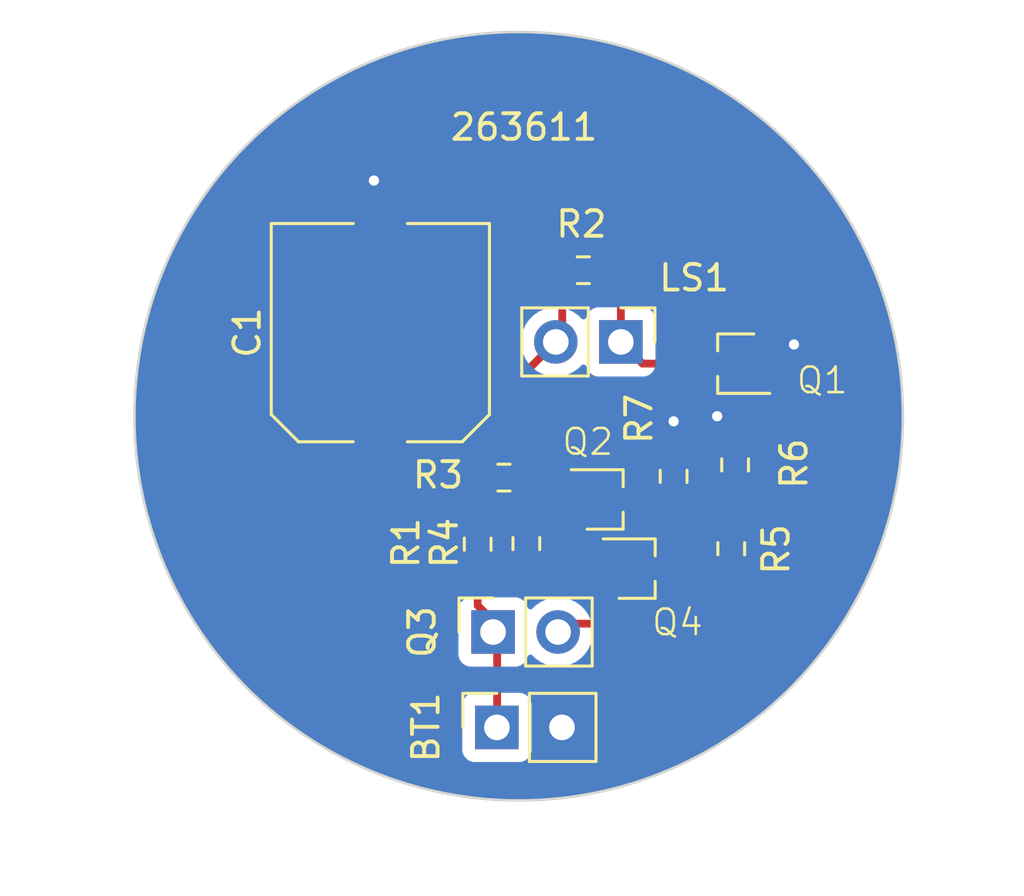
<source format=kicad_pcb>
(kicad_pcb (version 20221018) (generator pcbnew)
  (layers (0 "F.Cu" signal) (31 "B.Cu" signal) (34 "B.Paste" user) (35 "F.Paste" user) (36 "B.SilkS" user "B.Silkscreen") (37 "F.SilkS" user "F.Silkscreen") (38 "B.Mask" user) (39 "F.Mask" user) (44 "Edge.Cuts" user))
  (net 0 "")
  (net 1 "+1V5")
  (net 2 "GND")
  (net 3 "Net-(C1-Pad1)")
  (net 4 "Net-(Q1-C)")
  (net 5 "Net-(Q1-B)")
  (net 6 "Net-(Q2-C)")
  (net 7 "Net-(Q2-B)")
  (net 8 "Net-(Q2-E)")
  (net 9 "Net-(Q4-C)")
  (footprint "Resistor_SMD:R_0603_1608Metric" (layer "F.Cu") (at 132.775 95.55)
    (fp_text reference "R2" (at -0.075 -1.8) (layer "F.SilkS"))
    (fp_text value "1k")
    (fp_line (start -0.237258 -0.5225) (end 0.237258 -0.5225) (stroke (width 0.12)) (layer "F.SilkS"))
    (fp_line (start -0.237258 0.5225) (end 0.237258 0.5225) (stroke (width 0.12)) (layer "F.SilkS"))
    (pad "1" smd roundrect (at -0.825 0) (size 0.8 0.95) (layers "F.Cu" "F.Paste" "F.Mask") (net 3 "Net-(C1-Pad1)"))
    (pad "2" smd roundrect (at 0.825 0) (size 0.8 0.95) (layers "F.Cu" "F.Paste" "F.Mask") (net 4 "Net-(Q1-C)"))
  )
  (footprint "custom_pipek:jakis_tranzystor_przyklad" (layer "F.Cu") (at 134.55 105.92)
    (fp_text reference "Q4" (at 1.9 3.38 unlocked) (layer "F.SilkS") (effects (font (thickness 0.1))))
    (fp_text value "PNP")
    (fp_line (start -0.38 2.44) (end 1.03 2.44) (stroke (width 0.12)) (layer "F.SilkS"))
    (fp_line (start 1.03 0.12) (end -1 0.12) (stroke (width 0.12)) (layer "F.SilkS"))
    (fp_line (start 1.03 0.12) (end 1.03 0.78) (stroke (width 0.12)) (layer "F.SilkS"))
    (fp_line (start 1.03 1.78) (end 1.03 2.44) (stroke (width 0.12)) (layer "F.SilkS"))
    (pad "1" smd rect (at 1.3 1.28 270) (size 0.45 0.7) (layers "F.Cu" "F.Paste" "F.Mask") (net 9 "Net-(Q4-C)"))
    (pad "2" smd rect (at -0.7 0.63 270) (size 0.45 0.7) (layers "F.Cu" "F.Paste" "F.Mask") (net 6 "Net-(Q2-C)"))
    (pad "3" smd rect (at -0.7 1.93 270) (size 0.45 0.7) (layers "F.Cu" "F.Paste" "F.Mask") (net 8 "Net-(Q2-E)"))
  )
  (footprint "Connector_PinHeader_2.54mm:PinHeader_1x02_P2.54mm_Vertical" (layer "F.Cu") (at 134.24 98.35 -90)
    (fp_text reference "LS1" (at -2.5 -2.86 -180) (layer "F.SilkS"))
    (fp_text value "Speaker_Crystal")
    (fp_line (start -1.33 -1.33) (end 0 -1.33) (stroke (width 0.12)) (layer "F.SilkS"))
    (fp_line (start -1.33 0) (end -1.33 -1.33) (stroke (width 0.12)) (layer "F.SilkS"))
    (fp_line (start -1.33 1.27) (end -1.33 3.87) (stroke (width 0.12)) (layer "F.SilkS"))
    (fp_line (start -1.33 1.27) (end 1.33 1.27) (stroke (width 0.12)) (layer "F.SilkS"))
    (fp_line (start -1.33 3.87) (end 1.33 3.87) (stroke (width 0.12)) (layer "F.SilkS"))
    (fp_line (start 1.33 1.27) (end 1.33 3.87) (stroke (width 0.12)) (layer "F.SilkS"))
    (pad "1" thru_hole rect (at 0 0 270) (size 1.7 1.7) (drill 1) (layers "*.Cu" "*.Mask") (net 4 "Net-(Q1-C)"))
    (pad "2" thru_hole oval (at 0 2.54 270) (size 1.7 1.7) (drill 1) (layers "*.Cu" "*.Mask") (net 3 "Net-(C1-Pad1)"))
  )
  (footprint "Connector_PinSocket_2.54mm:PinSocket_1x02_P2.54mm_Vertical" (layer "F.Cu") (at 129.25 109.675 90)
    (fp_text reference "Q3" (at 0 -2.77 90) (layer "F.SilkS"))
    (fp_text value "Q_Photo_NPN")
    (fp_line (start -1.33 1.27) (end -1.33 3.87) (stroke (width 0.12)) (layer "F.SilkS"))
    (fp_line (start -1.33 1.27) (end 1.33 1.27) (stroke (width 0.12)) (layer "F.SilkS"))
    (fp_line (start -1.33 3.87) (end 1.33 3.87) (stroke (width 0.12)) (layer "F.SilkS"))
    (fp_line (start 0 -1.33) (end 1.33 -1.33) (stroke (width 0.12)) (layer "F.SilkS"))
    (fp_line (start 1.33 -1.33) (end 1.33 0) (stroke (width 0.12)) (layer "F.SilkS"))
    (fp_line (start 1.33 1.27) (end 1.33 3.87) (stroke (width 0.12)) (layer "F.SilkS"))
    (pad "1" thru_hole rect (at 0 0 90) (size 1.7 1.7) (drill 1) (layers "*.Cu" "*.Mask") (net 1 "+1V5"))
    (pad "2" thru_hole oval (at 0 2.54 90) (size 1.7 1.7) (drill 1) (layers "*.Cu" "*.Mask") (net 6 "Net-(Q2-C)"))
  )
  (footprint "custom_pipek:jakis_tranzystor_przyklad" (layer "F.Cu") (at 139.05 100.4775 180)
    (fp_text reference "Q1" (at -3.05 0.6275 unlocked) (layer "F.SilkS") (effects (font (thickness 0.1))))
    (fp_text value "NPN")
    (fp_line (start -0.38 2.44) (end 1.03 2.44) (stroke (width 0.12)) (layer "F.SilkS"))
    (fp_line (start 1.03 0.12) (end -1 0.12) (stroke (width 0.12)) (layer "F.SilkS"))
    (fp_line (start 1.03 0.12) (end 1.03 0.78) (stroke (width 0.12)) (layer "F.SilkS"))
    (fp_line (start 1.03 1.78) (end 1.03 2.44) (stroke (width 0.12)) (layer "F.SilkS"))
    (pad "1" smd rect (at 1.3 1.28 90) (size 0.45 0.7) (layers "F.Cu" "F.Paste" "F.Mask") (net 4 "Net-(Q1-C)"))
    (pad "2" smd rect (at -0.7 0.63 90) (size 0.45 0.7) (layers "F.Cu" "F.Paste" "F.Mask") (net 5 "Net-(Q1-B)"))
    (pad "3" smd rect (at -0.7 1.93 90) (size 0.45 0.7) (layers "F.Cu" "F.Paste" "F.Mask") (net 2 "GND"))
  )
  (footprint "Resistor_SMD:R_0603_1608Metric" (layer "F.Cu") (at 136.3 103.6 90)
    (fp_text reference "R7" (at 2.25 -1.35 90) (layer "F.SilkS"))
    (fp_text value "220k")
    (fp_line (start -0.237258 -0.5225) (end 0.237258 -0.5225) (stroke (width 0.12)) (layer "F.SilkS"))
    (fp_line (start -0.237258 0.5225) (end 0.237258 0.5225) (stroke (width 0.12)) (layer "F.SilkS"))
    (pad "1" smd roundrect (at -0.825 0 90) (size 0.8 0.95) (layers "F.Cu" "F.Paste" "F.Mask") (net 6 "Net-(Q2-C)"))
    (pad "2" smd roundrect (at 0.825 0 90) (size 0.8 0.95) (layers "F.Cu" "F.Paste" "F.Mask") (net 2 "GND"))
  )
  (footprint "Resistor_SMD:R_0603_1608Metric" (layer "F.Cu") (at 128.65 106.2475 90)
    (fp_text reference "R1" (at 0.0475 -2.8 90) (layer "F.SilkS"))
    (fp_text value "47k")
    (fp_line (start -0.237258 -0.5225) (end 0.237258 -0.5225) (stroke (width 0.12)) (layer "F.SilkS"))
    (fp_line (start -0.237258 0.5225) (end 0.237258 0.5225) (stroke (width 0.12)) (layer "F.SilkS"))
    (pad "1" smd roundrect (at -0.825 0 90) (size 0.8 0.95) (layers "F.Cu" "F.Paste" "F.Mask") (net 1 "+1V5"))
    (pad "2" smd roundrect (at 0.825 0 90) (size 0.8 0.95) (layers "F.Cu" "F.Paste" "F.Mask") (net 3 "Net-(C1-Pad1)"))
  )
  (footprint "custom_pipek:jakis_tranzystor_przyklad" (layer "F.Cu") (at 133.3 103.22)
    (fp_text reference "Q2" (at -0.35 -0.97 unlocked) (layer "F.SilkS") (effects (font (thickness 0.1))))
    (fp_text value "PNP")
    (fp_line (start -0.38 2.44) (end 1.03 2.44) (stroke (width 0.12)) (layer "F.SilkS"))
    (fp_line (start 1.03 0.12) (end -1 0.12) (stroke (width 0.12)) (layer "F.SilkS"))
    (fp_line (start 1.03 0.12) (end 1.03 0.78) (stroke (width 0.12)) (layer "F.SilkS"))
    (fp_line (start 1.03 1.78) (end 1.03 2.44) (stroke (width 0.12)) (layer "F.SilkS"))
    (pad "1" smd rect (at 1.3 1.28 270) (size 0.45 0.7) (layers "F.Cu" "F.Paste" "F.Mask") (net 6 "Net-(Q2-C)"))
    (pad "2" smd rect (at -0.7 0.63 270) (size 0.45 0.7) (layers "F.Cu" "F.Paste" "F.Mask") (net 7 "Net-(Q2-B)"))
    (pad "3" smd rect (at -0.7 1.93 270) (size 0.45 0.7) (layers "F.Cu" "F.Paste" "F.Mask") (net 8 "Net-(Q2-E)"))
  )
  (footprint "Resistor_SMD:R_0603_1608Metric" (layer "F.Cu") (at 129.675 103.6475)
    (fp_text reference "R3" (at -2.573 -0.1) (layer "F.SilkS"))
    (fp_text value "100k")
    (fp_line (start -0.237258 -0.5225) (end 0.237258 -0.5225) (stroke (width 0.12)) (layer "F.SilkS"))
    (fp_line (start -0.237258 0.5225) (end 0.237258 0.5225) (stroke (width 0.12)) (layer "F.SilkS"))
    (pad "1" smd roundrect (at -0.825 0) (size 0.8 0.95) (layers "F.Cu" "F.Paste" "F.Mask") (net 3 "Net-(C1-Pad1)"))
    (pad "2" smd roundrect (at 0.825 0) (size 0.8 0.95) (layers "F.Cu" "F.Paste" "F.Mask") (net 7 "Net-(Q2-B)"))
  )
  (footprint "Resistor_SMD:R_0603_1608Metric" (layer "F.Cu") (at 138.55 106.425 90)
    (fp_text reference "R5" (at -0.025 1.75 90) (layer "F.SilkS"))
    (fp_text value "4.7k")
    (fp_line (start -0.237258 -0.5225) (end 0.237258 -0.5225) (stroke (width 0.12)) (layer "F.SilkS"))
    (fp_line (start -0.237258 0.5225) (end 0.237258 0.5225) (stroke (width 0.12)) (layer "F.SilkS"))
    (pad "1" smd roundrect (at -0.825 0 90) (size 0.8 0.95) (layers "F.Cu" "F.Paste" "F.Mask") (net 9 "Net-(Q4-C)"))
    (pad "2" smd roundrect (at 0.825 0 90) (size 0.8 0.95) (layers "F.Cu" "F.Paste" "F.Mask") (net 5 "Net-(Q1-B)"))
  )
  (footprint "Resistor_SMD:R_0603_1608Metric" (layer "F.Cu") (at 138.7 103.15 90)
    (fp_text reference "R6" (at 0.05 2.3 90) (layer "F.SilkS"))
    (fp_text value "1meg")
    (fp_line (start -0.237258 -0.5225) (end 0.237258 -0.5225) (stroke (width 0.12)) (layer "F.SilkS"))
    (fp_line (start -0.237258 0.5225) (end 0.237258 0.5225) (stroke (width 0.12)) (layer "F.SilkS"))
    (pad "1" smd roundrect (at -0.825 0 90) (size 0.8 0.95) (layers "F.Cu" "F.Paste" "F.Mask") (net 5 "Net-(Q1-B)"))
    (pad "2" smd roundrect (at 0.825 0 90) (size 0.8 0.95) (layers "F.Cu" "F.Paste" "F.Mask") (net 2 "GND"))
  )
  (footprint "Connector_PinSocket_2.54mm:PinSocket_1x02_P2.54mm_Vertical" (layer "F.Cu") (at 129.4 113.4 90)
    (fp_text reference "BT1" (at 0 -2.77 90) (layer "F.SilkS"))
    (fp_text value "Battery CR2032")
    (fp_line (start -1.33 1.27) (end -1.33 3.87) (stroke (width 0.12)) (layer "F.SilkS"))
    (fp_line (start -1.33 1.27) (end 1.33 1.27) (stroke (width 0.12)) (layer "F.SilkS"))
    (fp_line (start -1.33 3.87) (end 1.33 3.87) (stroke (width 0.12)) (layer "F.SilkS"))
    (fp_line (start 0 -1.33) (end 1.33 -1.33) (stroke (width 0.12)) (layer "F.SilkS"))
    (fp_line (start 1.33 -1.33) (end 1.33 0) (stroke (width 0.12)) (layer "F.SilkS"))
    (fp_line (start 1.33 1.27) (end 1.33 3.87) (stroke (width 0.12)) (layer "F.SilkS"))
    (pad "1" thru_hole rect (at 0 0 90) (size 1.7 1.7) (drill 1) (layers "*.Cu" "*.Mask") (net 1 "+1V5"))
    (pad "2" thru_hole oval (at 0 2.54 90) (size 1.7 1.7) (drill 1) (layers "*.Cu" "*.Mask") (net 2 "GND"))
  )
  (footprint "Resistor_SMD:R_0603_1608Metric" (layer "F.Cu") (at 130.55 106.2225 90)
    (fp_text reference "R4" (at 0.0225 -3.2 90) (layer "F.SilkS"))
    (fp_text value "22k")
    (fp_line (start -0.237258 -0.5225) (end 0.237258 -0.5225) (stroke (width 0.12)) (layer "F.SilkS"))
    (fp_line (start -0.237258 0.5225) (end 0.237258 0.5225) (stroke (width 0.12)) (layer "F.SilkS"))
    (pad "1" smd roundrect (at -0.825 0 90) (size 0.8 0.95) (layers "F.Cu" "F.Paste" "F.Mask") (net 1 "+1V5"))
    (pad "2" smd roundrect (at 0.825 0 90) (size 0.8 0.95) (layers "F.Cu" "F.Paste" "F.Mask") (net 8 "Net-(Q2-E)"))
  )
  (footprint "Capacitor_SMD:C_Elec_8x6.2" (layer "F.Cu") (at 124.85 97.9875 90)
    (fp_text reference "C1" (at 0 -5.2 90) (layer "F.SilkS"))
    (fp_text value "220u")
    (fp_line (start -4.26 -3.195563) (end -4.26 -1.06) (stroke (width 0.12)) (layer "F.SilkS"))
    (fp_line (start -4.26 -3.195563) (end -3.195563 -4.26) (stroke (width 0.12)) (layer "F.SilkS"))
    (fp_line (start -4.26 3.195563) (end -4.26 1.06) (stroke (width 0.12)) (layer "F.SilkS"))
    (fp_line (start -4.26 3.195563) (end -3.195563 4.26) (stroke (width 0.12)) (layer "F.SilkS"))
    (fp_line (start -3.195563 -4.26) (end 4.26 -4.26) (stroke (width 0.12)) (layer "F.SilkS"))
    (fp_line (start -3.195563 4.26) (end 4.26 4.26) (stroke (width 0.12)) (layer "F.SilkS"))
    (fp_line (start 4.26 -4.26) (end 4.26 -1.06) (stroke (width 0.12)) (layer "F.SilkS"))
    (fp_line (start 4.26 4.26) (end 4.26 1.06) (stroke (width 0.12)) (layer "F.SilkS"))
    (pad "1" smd roundrect (at -3.0875 0 90) (size 3.925 1.6) (layers "F.Cu" "F.Paste" "F.Mask") (roundrect_rratio 0.15625) (net 3 "Net-(C1-Pad1)"))
    (pad "2" smd roundrect (at 3.0875 0 90) (size 3.925 1.6) (layers "F.Cu" "F.Paste" "F.Mask") (roundrect_rratio 0.15625) (net 2 "GND"))
  )
  (gr_circle locked (center 130.25 101.25) (end 145.25 101.25) (stroke (width 0.1)) (fill none) (layer "Edge.Cuts"))
  (gr_text "263611" (at 127.5 90.55) (layer "F.SilkS") (effects (font (size 1 1)) (justify left bottom)))
  (segment (start 128.65 107.0725) (end 128.65 108.64) (width 0.3048) (layer "F.Cu") (net 1))
  (segment (start 130.9775 107.0725) (end 131.0025 107.0475) (width 0.3048) (layer "F.Cu") (net 1))
  (segment (start 128.65 107.0725) (end 130.9775 107.0725) (width 0.3048) (layer "F.Cu") (net 1))
  (segment (start 129.41 113.39) (end 129.4 113.4) (width 0.3048) (layer "F.Cu") (net 1))
  (segment (start 129.41 109.4) (end 129.41 113.39) (width 0.3048) (layer "F.Cu") (net 1))
  (segment (start 128.65 108.64) (end 129.41 109.4) (width 0.3048) (layer "F.Cu") (net 1))
  (segment (start 131.0025 107.0475) (end 130.55 107.0475) (width 0.3048) (layer "F.Cu") (net 1))
  (segment (start 138.7 101.95) (end 138 101.25) (width 0.3048) (layer "F.Cu") (net 2))
  (segment (start 124.85 94.9) (end 124.85 92.3) (width 0.3048) (layer "F.Cu") (net 2))
  (segment (start 124.85 92.3) (end 124.6 92.05) (width 0.3048) (layer "F.Cu") (net 2))
  (segment (start 136.3 102.775) (end 136.3 101.45) (width 0.3048) (layer "F.Cu") (net 2))
  (segment (start 140.9025 98.5475) (end 141 98.45) (width 0.3048) (layer "F.Cu") (net 2))
  (segment (start 139.75 98.5475) (end 140.9025 98.5475) (width 0.3048) (layer "F.Cu") (net 2))
  (segment (start 138.7 102.325) (end 138.7 101.95) (width 0.3048) (layer "F.Cu") (net 2))
  (via (at 124.6 92.05) (size 0.8) (drill 0.4) (layers "F.Cu" "B.Cu") (net 2))
  (via (at 138 101.25) (size 0.8) (drill 0.4) (layers "F.Cu" "B.Cu") (net 2))
  (via (at 141 98.45) (size 0.8) (drill 0.4) (layers "F.Cu" "B.Cu") (net 2))
  (via (at 136.3 101.45) (size 0.8) (drill 0.4) (layers "F.Cu" "B.Cu") (net 2))
  (segment (start 128.85 101.2) (end 131.7 98.35) (width 0.3048) (layer "F.Cu") (net 3))
  (segment (start 128.85 105.2225) (end 128.65 105.4225) (width 0.3048) (layer "F.Cu") (net 3))
  (segment (start 128.85 103.6475) (end 128.85 105.2225) (width 0.3048) (layer "F.Cu") (net 3))
  (segment (start 128.725 101.075) (end 128.85 101.2) (width 0.3048) (layer "F.Cu") (net 3))
  (segment (start 124.85 101.075) (end 128.725 101.075) (width 0.3048) (layer "F.Cu") (net 3))
  (segment (start 128.85 103.6475) (end 128.85 101.2) (width 0.3048) (layer "F.Cu") (net 3))
  (segment (start 131.95 98.1) (end 131.7 98.35) (width 0.3048) (layer "F.Cu") (net 3))
  (segment (start 131.95 95.55) (end 131.95 98.1) (width 0.3048) (layer "F.Cu") (net 3))
  (segment (start 137.75 99.1975) (end 135.0875 99.1975) (width 0.3048) (layer "F.Cu") (net 4))
  (segment (start 135.0875 99.1975) (end 134.24 98.35) (width 0.3048) (layer "F.Cu") (net 4))
  (segment (start 134.24 96.19) (end 134.24 98.35) (width 0.3048) (layer "F.Cu") (net 4))
  (segment (start 133.6 95.55) (end 134.24 96.19) (width 0.3048) (layer "F.Cu") (net 4))
  (segment (start 138.55 104.125) (end 138.7 103.975) (width 0.3048) (layer "F.Cu") (net 5))
  (segment (start 138.55 105.6) (end 138.55 104.125) (width 0.3048) (layer "F.Cu") (net 5))
  (segment (start 139.75 102.925) (end 138.7 103.975) (width 0.3048) (layer "F.Cu") (net 5))
  (segment (start 139.75 99.8475) (end 139.75 102.925) (width 0.3048) (layer "F.Cu") (net 5))
  (segment (start 134.675 104.425) (end 134.6 104.5) (width 0.3048) (layer "F.Cu") (net 6))
  (segment (start 134.9 107.25) (end 134.2 106.55) (width 0.3048) (layer "F.Cu") (net 6))
  (segment (start 133.833 109.35) (end 134.9 108.283) (width 0.3048) (layer "F.Cu") (net 6))
  (segment (start 134.2 106.55) (end 133.85 106.55) (width 0.3048) (layer "F.Cu") (net 6))
  (segment (start 136.3 104.425) (end 134.675 104.425) (width 0.3048) (layer "F.Cu") (net 6))
  (segment (start 134.9 108.283) (end 134.9 107.25) (width 0.3048) (layer "F.Cu") (net 6))
  (segment (start 131.9 109.35) (end 133.833 109.35) (width 0.3048) (layer "F.Cu") (net 6))
  (segment (start 133.85 105.25) (end 134.6 104.5) (width 0.3048) (layer "F.Cu") (net 6))
  (segment (start 133.85 106.55) (end 133.85 105.25) (width 0.3048) (layer "F.Cu") (net 6))
  (segment (start 132.6 103.85) (end 130.7025 103.85) (width 0.3048) (layer "F.Cu") (net 7))
  (segment (start 130.7025 103.85) (end 130.5 103.6475) (width 0.3048) (layer "F.Cu") (net 7))
  (segment (start 133.85 107.85) (end 132.7 106.7) (width 0.3048) (layer "F.Cu") (net 8))
  (segment (start 132.7 105.05) (end 132.6 105.15) (width 0.3048) (layer "F.Cu") (net 8))
  (segment (start 132.7 106.7) (end 132.7 105.05) (width 0.3048) (layer "F.Cu") (net 8))
  (segment (start 130.55 105.3975) (end 132.3525 105.3975) (width 0.3048) (layer "F.Cu") (net 8))
  (segment (start 132.3525 105.3975) (end 132.6 105.15) (width 0.3048) (layer "F.Cu") (net 8))
  (segment (start 135.85 107.2) (end 138.5 107.2) (width 0.3048) (layer "F.Cu") (net 9))
  (segment (start 138.5 107.2) (end 138.55 107.25) (width 0.3048) (layer "F.Cu") (net 9))
  (zone (net 2) (net_name "GND") (layer "B.Cu") (connect_pads yes (clearance 0.5)) (min_thickness 0.25) (fill yes (thermal_gap 0.5) (thermal_bridge_width 0.5))
    (polygon (pts (xy 110 85) (xy 150 85) (xy 150 120) (xy 110 120)))
  )
)
</source>
